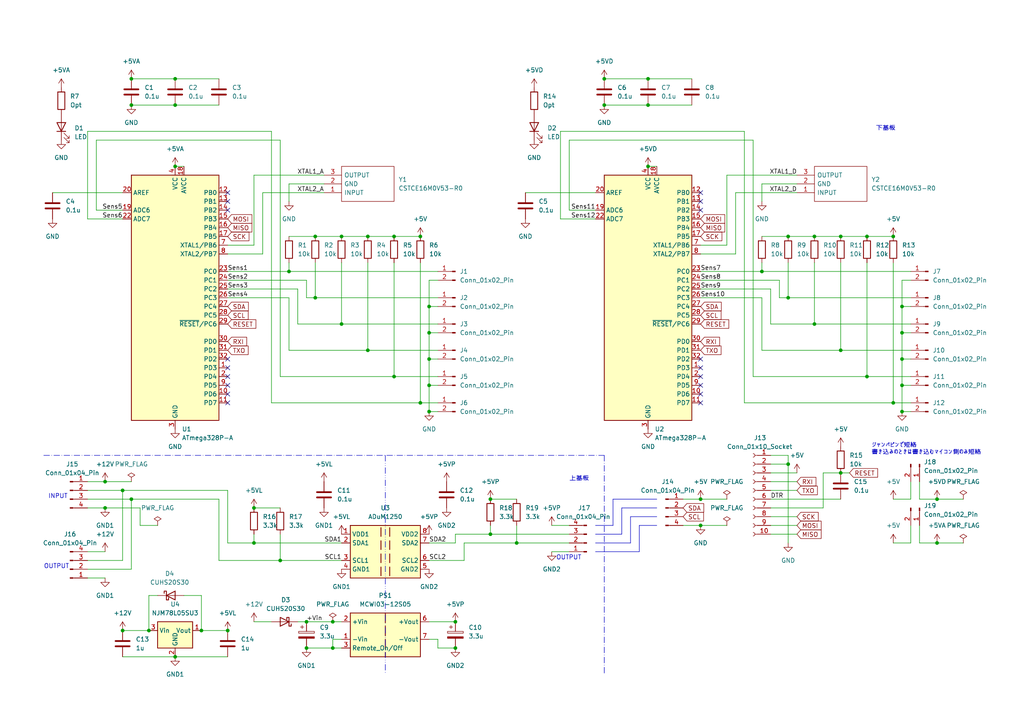
<source format=kicad_sch>
(kicad_sch (version 20230121) (generator eeschema)
  (paper "A4")
  (lib_symbols
    (symbol "Connector:Conn_01x02_Pin" (pin_names (offset 1.016) hide)
      (property "Reference" "J" (at 0 2.54 0))
      (property "Value" "Conn_01x02_Pin" (at 0 -5.08 0))
      (symbol "Conn_01x02_Pin_1_1"
        (pin passive line (at 5.08 0 180) (length 3.81) (name "Pin_1") (number "1"))
        (pin passive line (at 5.08 -2.54 180) (length 3.81) (name "Pin_2") (number "2"))
      )
    )
    (symbol "Connector:Conn_01x04_Pin" (pin_names (offset 1.016) hide)
      (property "Reference" "J" (at 0 5.08 0))
      (property "Value" "Conn_01x04_Pin" (at 0 -7.62 0))
      (symbol "Conn_01x04_Pin_1_1"
        (pin passive line (at 5.08 2.54 180) (length 3.81) (name "Pin_1") (number "1"))
        (pin passive line (at 5.08 0 180) (length 3.81) (name "Pin_2") (number "2"))
        (pin passive line (at 5.08 -2.54 180) (length 3.81) (name "Pin_3") (number "3"))
        (pin passive line (at 5.08 -5.08 180) (length 3.81) (name "Pin_4") (number "4"))
      )
    )
    (symbol "Connector:Conn_01x10_Socket" (pin_names (offset 1.016) hide)
      (property "Reference" "J" (at 0 12.7 0))
      (property "Value" "Conn_01x10_Socket" (at 0 -15.24 0))
      (symbol "Conn_01x10_Socket_1_1"
        (pin passive line (at -5.08 10.16 0) (length 3.81) (name "Pin_1") (number "1"))
        (pin passive line (at -5.08 -12.7 0) (length 3.81) (name "Pin_10") (number "10"))
        (pin passive line (at -5.08 7.62 0) (length 3.81) (name "Pin_2") (number "2"))
        (pin passive line (at -5.08 5.08 0) (length 3.81) (name "Pin_3") (number "3"))
        (pin passive line (at -5.08 2.54 0) (length 3.81) (name "Pin_4") (number "4"))
        (pin passive line (at -5.08 0 0) (length 3.81) (name "Pin_5") (number "5"))
        (pin passive line (at -5.08 -2.54 0) (length 3.81) (name "Pin_6") (number "6"))
        (pin passive line (at -5.08 -5.08 0) (length 3.81) (name "Pin_7") (number "7"))
        (pin passive line (at -5.08 -7.62 0) (length 3.81) (name "Pin_8") (number "8"))
        (pin passive line (at -5.08 -10.16 0) (length 3.81) (name "Pin_9") (number "9"))
      )
    )
    (symbol "Device:C" (pin_numbers hide) (pin_names (offset 0.254))
      (property "Reference" "C" (at 0.635 2.54 0))
      (property "Value" "C" (at 0.635 -2.54 0))
      (symbol "C_1_1"
        (pin passive line (at 0 3.81 270) (length 2.794) (name "~") (number "1"))
        (pin passive line (at 0 -3.81 90) (length 2.794) (name "~") (number "2"))
      )
    )
    (symbol "Device:C_Polarized" (pin_numbers hide) (pin_names (offset 0.254))
      (property "Reference" "C" (at 0.635 2.54 0))
      (property "Value" "C_Polarized" (at 0.635 -2.54 0))
      (symbol "C_Polarized_1_1"
        (pin passive line (at 0 3.81 270) (length 2.794) (name "~") (number "1"))
        (pin passive line (at 0 -3.81 90) (length 2.794) (name "~") (number "2"))
      )
    )
    (symbol "Device:D_Schottky" (pin_numbers hide) (pin_names (offset 1.016) hide)
      (property "Reference" "D" (at 0 2.54 0))
      (property "Value" "D_Schottky" (at 0 -2.54 0))
      (symbol "D_Schottky_1_1"
        (pin passive line (at -3.81 0 0) (length 2.54) (name "K") (number "1"))
        (pin passive line (at 3.81 0 180) (length 2.54) (name "A") (number "2"))
      )
    )
    (symbol "Device:LED" (pin_numbers hide) (pin_names (offset 1.016) hide)
      (property "Reference" "D" (at 0 2.54 0))
      (property "Value" "LED" (at 0 -2.54 0))
      (symbol "LED_1_1"
        (pin passive line (at -3.81 0 0) (length 2.54) (name "K") (number "1"))
        (pin passive line (at 3.81 0 180) (length 2.54) (name "A") (number "2"))
      )
    )
    (symbol "Device:R" (pin_numbers hide) (pin_names (offset 0))
      (property "Reference" "R" (at 2.032 0 90))
      (property "Value" "R" (at 0 0 90))
      (symbol "R_1_1"
        (pin passive line (at 0 3.81 270) (length 1.27) (name "~") (number "1"))
        (pin passive line (at 0 -3.81 90) (length 1.27) (name "~") (number "2"))
      )
    )
    (symbol "Isolator:ADuM1250"
      (property "Reference" "U" (at -10.16 8.89 0))
      (property "Value" "ADuM1250" (at -2.032 8.89 0))
      (symbol "ADuM1250_1_1"
        (pin power_in line (at -12.7 5.08 0) (length 2.54) (name "VDD1") (number "1"))
        (pin bidirectional line (at -12.7 2.54 0) (length 2.54) (name "SDA1") (number "2"))
        (pin bidirectional line (at -12.7 -2.54 0) (length 2.54) (name "SCL1") (number "3"))
        (pin power_in line (at -12.7 -5.08 0) (length 2.54) (name "GND1") (number "4"))
        (pin power_in line (at 12.7 -5.08 180) (length 2.54) (name "GND2") (number "5"))
        (pin bidirectional line (at 12.7 -2.54 180) (length 2.54) (name "SCL2") (number "6"))
        (pin bidirectional line (at 12.7 2.54 180) (length 2.54) (name "SDA2") (number "7"))
        (pin power_in line (at 12.7 5.08 180) (length 2.54) (name "VDD2") (number "8"))
      )
    )
    (symbol "MCU_Microchip_ATmega:ATmega328P-A"
      (property "Reference" "U" (at -12.7 36.83 0))
      (property "Value" "ATmega328P-A" (at 2.54 -36.83 0))
      (symbol "ATmega328P-A_1_1"
        (pin bidirectional line (at 15.24 -20.32 180) (length 2.54) (name "PD3") (number "1"))
        (pin bidirectional line (at 15.24 -27.94 180) (length 2.54) (name "PD6") (number "10"))
        (pin bidirectional line (at 15.24 -30.48 180) (length 2.54) (name "PD7") (number "11"))
        (pin bidirectional line (at 15.24 30.48 180) (length 2.54) (name "PB0") (number "12"))
        (pin bidirectional line (at 15.24 27.94 180) (length 2.54) (name "PB1") (number "13"))
        (pin bidirectional line (at 15.24 25.4 180) (length 2.54) (name "PB2") (number "14"))
        (pin bidirectional line (at 15.24 22.86 180) (length 2.54) (name "PB3") (number "15"))
        (pin bidirectional line (at 15.24 20.32 180) (length 2.54) (name "PB4") (number "16"))
        (pin bidirectional line (at 15.24 17.78 180) (length 2.54) (name "PB5") (number "17"))
        (pin power_in line (at 2.54 38.1 270) (length 2.54) (name "AVCC") (number "18"))
        (pin input line (at -15.24 25.4 0) (length 2.54) (name "ADC6") (number "19"))
        (pin bidirectional line (at 15.24 -22.86 180) (length 2.54) (name "PD4") (number "2"))
        (pin passive line (at -15.24 30.48 0) (length 2.54) (name "AREF") (number "20"))
        (pin passive line (at 0 -38.1 90) (length 2.54) hide (name "GND") (number "21"))
        (pin input line (at -15.24 22.86 0) (length 2.54) (name "ADC7") (number "22"))
        (pin bidirectional line (at 15.24 7.62 180) (length 2.54) (name "PC0") (number "23"))
        (pin bidirectional line (at 15.24 5.08 180) (length 2.54) (name "PC1") (number "24"))
        (pin bidirectional line (at 15.24 2.54 180) (length 2.54) (name "PC2") (number "25"))
        (pin bidirectional line (at 15.24 0 180) (length 2.54) (name "PC3") (number "26"))
        (pin bidirectional line (at 15.24 -2.54 180) (length 2.54) (name "PC4") (number "27"))
        (pin bidirectional line (at 15.24 -5.08 180) (length 2.54) (name "PC5") (number "28"))
        (pin bidirectional line (at 15.24 -7.62 180) (length 2.54) (name "~{RESET}/PC6") (number "29"))
        (pin power_in line (at 0 -38.1 90) (length 2.54) (name "GND") (number "3"))
        (pin bidirectional line (at 15.24 -12.7 180) (length 2.54) (name "PD0") (number "30"))
        (pin bidirectional line (at 15.24 -15.24 180) (length 2.54) (name "PD1") (number "31"))
        (pin bidirectional line (at 15.24 -17.78 180) (length 2.54) (name "PD2") (number "32"))
        (pin power_in line (at 0 38.1 270) (length 2.54) (name "VCC") (number "4"))
        (pin passive line (at 0 -38.1 90) (length 2.54) hide (name "GND") (number "5"))
        (pin passive line (at 0 38.1 270) (length 2.54) hide (name "VCC") (number "6"))
        (pin bidirectional line (at 15.24 15.24 180) (length 2.54) (name "XTAL1/PB6") (number "7"))
        (pin bidirectional line (at 15.24 12.7 180) (length 2.54) (name "XTAL2/PB7") (number "8"))
        (pin bidirectional line (at 15.24 -25.4 180) (length 2.54) (name "PD5") (number "9"))
      )
    )
    (symbol "MySymbols:MCWI03-12S05"
      (property "Reference" "PS" (at 0 10.16 0))
      (property "Value" "MCWI03-12S05" (at 0 7.62 0))
      (symbol "MCWI03-12S05_1_1"
        (pin power_in line (at -12.7 -1.27 0) (length 2.54) (name "-Vin") (number "1"))
        (pin power_in line (at -12.7 3.81 0) (length 2.54) (name "+Vin") (number "2"))
        (pin passive line (at -12.7 -3.81 0) (length 2.54) (name "Remote_On/Off") (number "3"))
        (pin no_connect line (at 12.7 1.27 180) (length 2.54) hide (name "NC") (number "5"))
        (pin power_out line (at 12.7 3.81 180) (length 2.54) (name "+Vout") (number "6"))
        (pin power_out line (at 12.7 -1.27 180) (length 2.54) (name "-Vout") (number "7"))
        (pin no_connect line (at 12.7 -3.81 180) (length 2.54) hide (name "NC") (number "8"))
      )
    )
    (symbol "MySymbols:NJM78L00S"
      (property "Reference" "U" (at 0 7.62 0))
      (property "Value" "NJM78L00S" (at 0 5.08 0))
      (symbol "NJM78L00S_1_1"
        (pin power_out line (at 7.62 1.27 180) (length 2.54) (name "Vout") (number "1"))
        (pin power_in line (at 0 -6.35 90) (length 2.54) (name "GND") (number "2"))
        (pin power_in line (at -7.62 1.27 0) (length 2.54) (name "Vin") (number "3"))
      )
    )
    (symbol "SamacSys_Parts:CSTCE16M0V53-R0" (pin_names (offset 0.762))
      (property "Reference" "Y" (at 21.59 7.62 0))
      (property "Value" "CSTCE16M0V53-R0" (at 21.59 5.08 0))
      (symbol "CSTCE16M0V53-R0_0_0"
        (pin passive line (at 0 -5.08 0) (length 5.08) (name "INPUT") (number "1"))
        (pin passive line (at 0 -2.54 0) (length 5.08) (name "GND") (number "2"))
        (pin passive line (at 0 0 0) (length 5.08) (name "OUTPUT") (number "3"))
      )
    )
    (symbol "power:+12V" (power) (pin_names (offset 0))
      (property "Value" "+12V" (at 0 3.556 0))
      (symbol "+12V_1_1"
        (pin power_in line (at 0 0 90) (length 0) hide (name "+12V") (number "1"))
      )
    )
    (symbol "power:+5V" (power) (pin_names (offset 0))
      (property "Value" "+5V" (at 0 3.556 0))
      (symbol "+5V_1_1"
        (pin power_in line (at 0 0 90) (length 0) hide (name "+5V") (number "1"))
      )
    )
    (symbol "power:+5VA" (power) (pin_names (offset 0))
      (property "Value" "+5VA" (at 0 3.556 0))
      (symbol "+5VA_1_1"
        (pin power_in line (at 0 0 90) (length 0) hide (name "+5VA") (number "1"))
      )
    )
    (symbol "power:+5VD" (power) (pin_names (offset 0))
      (property "Value" "+5VD" (at 0 3.556 0))
      (symbol "+5VD_1_1"
        (pin power_in line (at 0 0 90) (length 0) hide (name "+5VD") (number "1"))
      )
    )
    (symbol "power:+5VL" (power) (pin_names (offset 0))
      (property "Value" "+5VL" (at 0 3.556 0))
      (symbol "+5VL_1_1"
        (pin power_in line (at 0 0 90) (length 0) hide (name "+5VL") (number "1"))
      )
    )
    (symbol "power:+5VP" (power) (pin_names (offset 0))
      (property "Value" "+5VP" (at 0 3.556 0))
      (symbol "+5VP_1_1"
        (pin power_in line (at 0 0 90) (length 0) hide (name "+5VP") (number "1"))
      )
    )
    (symbol "power:GND" (power) (pin_names (offset 0))
      (property "Value" "GND" (at 0 -3.81 0))
      (symbol "GND_1_1"
        (pin power_in line (at 0 0 270) (length 0) hide (name "GND") (number "1"))
      )
    )
    (symbol "power:GND1" (power) (pin_names (offset 0))
      (property "Value" "GND1" (at 0 -3.81 0))
      (symbol "GND1_1_1"
        (pin power_in line (at 0 0 270) (length 0) hide (name "GND1") (number "1"))
      )
    )
    (symbol "power:GND2" (power) (pin_names (offset 0))
      (property "Value" "GND2" (at 0 -3.81 0))
      (symbol "GND2_1_1"
        (pin power_in line (at 0 0 270) (length 0) hide (name "GND2") (number "1"))
      )
    )
    (symbol "power:PWR_FLAG" (power) (pin_numbers hide) (pin_names (offset 0) hide)
      (property "Value" "PWR_FLAG" (at 0 3.81 0))
      (symbol "PWR_FLAG_0_0"
        (pin power_out line (at 0 0 90) (length 0) (name "pwr") (number "1"))
      )
    )
  )
  (junction (at 261.62 111.76))
  (junction (at 124.46 119.38))
  (junction (at 114.3 109.22))
  (junction (at 50.8 30.48))
  (junction (at 91.44 86.36))
  (junction (at 203.2 152.4))
  (junction (at 99.06 68.58))
  (junction (at 271.78 157.48))
  (junction (at 99.06 93.98))
  (junction (at 88.9 180.34))
  (junction (at 243.84 101.6))
  (junction (at 124.46 88.9))
  (junction (at 271.78 144.78))
  (junction (at 91.44 68.58))
  (junction (at 121.92 68.58))
  (junction (at 261.62 119.38))
  (junction (at 175.26 22.86))
  (junction (at 35.56 182.88))
  (junction (at 228.6 68.58))
  (junction (at 261.62 104.14))
  (junction (at 187.96 30.48))
  (junction (at 124.46 104.14))
  (junction (at 132.08 187.96))
  (junction (at 132.08 180.34))
  (junction (at 261.62 96.52))
  (junction (at 38.1 22.86))
  (junction (at 96.52 180.34))
  (junction (at 142.24 144.78))
  (junction (at 50.8 48.26))
  (junction (at 236.22 93.98))
  (junction (at 30.48 147.32))
  (junction (at 243.84 68.58))
  (junction (at 149.86 157.48))
  (junction (at 243.84 137.16))
  (junction (at 259.08 68.58))
  (junction (at 106.68 68.58))
  (junction (at 58.42 182.88))
  (junction (at 251.46 109.22))
  (junction (at 124.46 96.52))
  (junction (at 83.82 78.74))
  (junction (at 43.18 182.88))
  (junction (at 88.9 187.96))
  (junction (at 50.8 190.5))
  (junction (at 96.52 187.96))
  (junction (at 142.24 154.94))
  (junction (at 66.04 182.88))
  (junction (at 81.28 162.56))
  (junction (at 38.1 30.48))
  (junction (at 187.96 22.86))
  (junction (at 124.46 111.76))
  (junction (at 261.62 88.9))
  (junction (at 259.08 116.84))
  (junction (at 236.22 68.58))
  (junction (at 203.2 144.78))
  (junction (at 106.68 101.6))
  (junction (at 73.66 157.48))
  (junction (at 220.98 78.74))
  (junction (at 35.56 142.24))
  (junction (at 73.66 147.32))
  (junction (at 251.46 68.58))
  (junction (at 175.26 30.48))
  (junction (at 114.3 68.58))
  (junction (at 121.92 116.84))
  (junction (at 187.96 48.26))
  (junction (at 50.8 22.86))
  (junction (at 38.1 144.78))
  (junction (at 228.6 86.36))
  (junction (at 228.6 134.62))
  (junction (at 30.48 139.7))
  (no_connect (at 203.2 114.3))
  (no_connect (at 66.04 114.3))
  (no_connect (at 66.04 116.84))
  (no_connect (at 203.2 60.96))
  (no_connect (at 203.2 116.84))
  (no_connect (at 66.04 111.76))
  (no_connect (at 66.04 60.96))
  (no_connect (at 203.2 106.68))
  (no_connect (at 66.04 109.22))
  (no_connect (at 66.04 58.42))
  (no_connect (at 203.2 104.14))
  (no_connect (at 203.2 109.22))
  (no_connect (at 203.2 55.88))
  (no_connect (at 203.2 58.42))
  (no_connect (at 66.04 106.68))
  (no_connect (at 66.04 104.14))
  (no_connect (at 203.2 111.76))
  (no_connect (at 66.04 55.88))
  (wire (pts (xy 25.4 38.1) (xy 78.74 38.1)))
  (wire (pts (xy 38.1 30.48) (xy 50.8 30.48)))
  (wire (pts (xy 228.6 86.36) (xy 226.06 86.36)))
  (wire (pts (xy 88.9 180.34) (xy 96.52 180.34)))
  (polyline (pts (xy 175.26 132.08) (xy 175.26 195.58)) (stroke (width 0) (type dash_dot)))
  (wire (pts (xy 73.66 147.32) (xy 81.28 147.32)))
  (wire (pts (xy 86.36 93.98) (xy 99.06 93.98)))
  (polyline (pts (xy 185.42 152.4) (xy 190.5 152.4)))
  (wire (pts (xy 127 81.28) (xy 124.46 81.28)))
  (wire (pts (xy 261.62 96.52) (xy 264.16 96.52)))
  (wire (pts (xy 220.98 53.34) (xy 231.14 53.34)))
  (wire (pts (xy 261.62 81.28) (xy 261.62 88.9)))
  (wire (pts (xy 35.56 162.56) (xy 35.56 142.24)))
  (wire (pts (xy 25.4 142.24) (xy 35.56 142.24)))
  (wire (pts (xy 228.6 86.36) (xy 264.16 86.36)))
  (wire (pts (xy 203.2 144.78) (xy 210.82 144.78)))
  (wire (pts (xy 251.46 109.22) (xy 264.16 109.22)))
  (wire (pts (xy 134.62 157.48) (xy 134.62 162.56)))
  (wire (pts (xy 38.1 144.78) (xy 25.4 144.78)))
  (wire (pts (xy 124.46 88.9) (xy 124.46 96.52)))
  (wire (pts (xy 162.56 63.5) (xy 162.56 38.1)))
  (wire (pts (xy 203.2 78.74) (xy 220.98 78.74)))
  (wire (pts (xy 27.94 40.64) (xy 27.94 60.96)))
  (wire (pts (xy 149.86 152.4) (xy 149.86 157.48)))
  (wire (pts (xy 35.56 190.5) (xy 50.8 190.5)))
  (polyline (pts (xy 12.7 132.08) (xy 175.26 132.08)) (stroke (width 0) (type dash_dot)))
  (wire (pts (xy 63.5 162.56) (xy 63.5 144.78)))
  (wire (pts (xy 40.64 152.4) (xy 40.64 147.32)))
  (wire (pts (xy 220.98 58.42) (xy 220.98 53.34)))
  (wire (pts (xy 142.24 154.94) (xy 132.08 154.94)))
  (wire (pts (xy 264.16 157.48) (xy 259.08 157.48)))
  (wire (pts (xy 124.46 157.48) (xy 132.08 157.48)))
  (wire (pts (xy 271.78 144.78) (xy 279.4 144.78)))
  (polyline (pts (xy 190.5 147.32) (xy 180.34 147.32)))
  (polyline (pts (xy 172.72 160.02) (xy 185.42 160.02)))
  (wire (pts (xy 261.62 104.14) (xy 261.62 111.76)))
  (wire (pts (xy 25.4 162.56) (xy 35.56 162.56)))
  (wire (pts (xy 15.24 55.88) (xy 35.56 55.88)))
  (wire (pts (xy 124.46 96.52) (xy 124.46 104.14)))
  (wire (pts (xy 223.52 134.62) (xy 228.6 134.62)))
  (wire (pts (xy 63.5 162.56) (xy 81.28 162.56)))
  (wire (pts (xy 213.36 55.88) (xy 231.14 55.88)))
  (wire (pts (xy 266.7 139.7) (xy 266.7 144.78)))
  (wire (pts (xy 88.9 86.36) (xy 88.9 81.28)))
  (wire (pts (xy 73.66 180.34) (xy 78.74 180.34)))
  (wire (pts (xy 243.84 68.58) (xy 251.46 68.58)))
  (wire (pts (xy 165.1 157.48) (xy 149.86 157.48)))
  (wire (pts (xy 264.16 152.4) (xy 264.16 157.48)))
  (wire (pts (xy 73.66 157.48) (xy 99.06 157.48)))
  (polyline (pts (xy 180.34 147.32) (xy 180.34 154.94)))
  (wire (pts (xy 91.44 86.36) (xy 127 86.36)))
  (polyline (pts (xy 172.72 152.4) (xy 177.8 152.4)))
  (wire (pts (xy 223.52 149.86) (xy 231.14 149.86)))
  (wire (pts (xy 35.56 182.88) (xy 43.18 182.88)))
  (wire (pts (xy 124.46 104.14) (xy 127 104.14)))
  (wire (pts (xy 223.52 139.7) (xy 231.14 139.7)))
  (wire (pts (xy 76.2 55.88) (xy 93.98 55.88)))
  (wire (pts (xy 160.02 152.4) (xy 165.1 152.4)))
  (wire (pts (xy 83.82 68.58) (xy 91.44 68.58)))
  (wire (pts (xy 30.48 139.7) (xy 38.1 139.7)))
  (wire (pts (xy 198.12 144.78) (xy 203.2 144.78)))
  (wire (pts (xy 218.44 40.64) (xy 165.1 40.64)))
  (wire (pts (xy 76.2 73.66) (xy 76.2 55.88)))
  (wire (pts (xy 86.36 83.82) (xy 86.36 93.98)))
  (wire (pts (xy 238.76 147.32) (xy 223.52 147.32)))
  (wire (pts (xy 203.2 152.4) (xy 210.82 152.4)))
  (wire (pts (xy 78.74 38.1) (xy 78.74 116.84)))
  (wire (pts (xy 228.6 68.58) (xy 236.22 68.58)))
  (wire (pts (xy 25.4 63.5) (xy 25.4 38.1)))
  (wire (pts (xy 124.46 88.9) (xy 127 88.9)))
  (wire (pts (xy 124.46 111.76) (xy 124.46 119.38)))
  (wire (pts (xy 142.24 152.4) (xy 142.24 154.94)))
  (wire (pts (xy 238.76 137.16) (xy 243.84 137.16)))
  (wire (pts (xy 114.3 76.2) (xy 114.3 109.22)))
  (wire (pts (xy 96.52 185.42) (xy 96.52 187.96)))
  (polyline (pts (xy 111.76 132.08) (xy 111.76 195.58)) (stroke (width 0) (type dash_dot_dot)))
  (wire (pts (xy 91.44 68.58) (xy 99.06 68.58)))
  (wire (pts (xy 220.98 76.2) (xy 220.98 78.74)))
  (wire (pts (xy 132.08 187.96) (xy 127 187.96)))
  (wire (pts (xy 238.76 137.16) (xy 238.76 147.32)))
  (wire (pts (xy 152.4 55.88) (xy 172.72 55.88)))
  (wire (pts (xy 106.68 101.6) (xy 83.82 101.6)))
  (wire (pts (xy 96.52 187.96) (xy 88.9 187.96)))
  (wire (pts (xy 124.46 119.38) (xy 127 119.38)))
  (wire (pts (xy 121.92 116.84) (xy 127 116.84)))
  (wire (pts (xy 81.28 109.22) (xy 81.28 40.64)))
  (wire (pts (xy 25.4 167.64) (xy 30.48 167.64)))
  (wire (pts (xy 223.52 132.08) (xy 228.6 132.08)))
  (wire (pts (xy 96.52 180.34) (xy 99.06 180.34)))
  (wire (pts (xy 223.52 152.4) (xy 231.14 152.4)))
  (wire (pts (xy 175.26 22.86) (xy 187.96 22.86)))
  (wire (pts (xy 124.46 96.52) (xy 127 96.52)))
  (wire (pts (xy 121.92 76.2) (xy 121.92 116.84)))
  (wire (pts (xy 91.44 76.2) (xy 91.44 86.36)))
  (wire (pts (xy 223.52 83.82) (xy 223.52 93.98)))
  (wire (pts (xy 266.7 144.78) (xy 271.78 144.78)))
  (wire (pts (xy 40.64 147.32) (xy 30.48 147.32)))
  (polyline (pts (xy 190.5 149.86) (xy 182.88 149.86)))
  (wire (pts (xy 66.04 83.82) (xy 86.36 83.82)))
  (wire (pts (xy 27.94 60.96) (xy 35.56 60.96)))
  (polyline (pts (xy 172.72 154.94) (xy 180.34 154.94)))
  (wire (pts (xy 45.72 172.72) (xy 43.18 172.72)))
  (wire (pts (xy 66.04 157.48) (xy 73.66 157.48)))
  (wire (pts (xy 259.08 76.2) (xy 259.08 116.84)))
  (wire (pts (xy 63.5 144.78) (xy 38.1 144.78)))
  (wire (pts (xy 50.8 190.5) (xy 66.04 190.5)))
  (wire (pts (xy 99.06 93.98) (xy 127 93.98)))
  (wire (pts (xy 236.22 76.2) (xy 236.22 93.98)))
  (wire (pts (xy 187.96 48.26) (xy 190.5 48.26)))
  (wire (pts (xy 261.62 96.52) (xy 261.62 104.14)))
  (wire (pts (xy 213.36 73.66) (xy 213.36 55.88)))
  (wire (pts (xy 220.98 68.58) (xy 228.6 68.58)))
  (wire (pts (xy 127 187.96) (xy 127 185.42)))
  (wire (pts (xy 160.02 160.02) (xy 165.1 160.02)))
  (wire (pts (xy 264.16 139.7) (xy 264.16 144.78)))
  (wire (pts (xy 220.98 78.74) (xy 264.16 78.74)))
  (wire (pts (xy 88.9 81.28) (xy 66.04 81.28)))
  (polyline (pts (xy 185.42 160.02) (xy 185.42 152.4)))
  (wire (pts (xy 134.62 162.56) (xy 124.46 162.56)))
  (wire (pts (xy 114.3 109.22) (xy 127 109.22)))
  (wire (pts (xy 236.22 93.98) (xy 264.16 93.98)))
  (wire (pts (xy 142.24 144.78) (xy 149.86 144.78)))
  (wire (pts (xy 73.66 50.8) (xy 93.98 50.8)))
  (wire (pts (xy 220.98 101.6) (xy 220.98 86.36)))
  (wire (pts (xy 210.82 71.12) (xy 203.2 71.12)))
  (wire (pts (xy 198.12 152.4) (xy 203.2 152.4)))
  (polyline (pts (xy 177.8 152.4) (xy 177.8 144.78)))
  (wire (pts (xy 243.84 76.2) (xy 243.84 101.6)))
  (wire (pts (xy 25.4 165.1) (xy 38.1 165.1)))
  (wire (pts (xy 73.66 50.8) (xy 73.66 71.12)))
  (wire (pts (xy 210.82 50.8) (xy 231.14 50.8)))
  (wire (pts (xy 266.7 157.48) (xy 271.78 157.48)))
  (wire (pts (xy 203.2 73.66) (xy 213.36 73.66)))
  (wire (pts (xy 45.72 152.4) (xy 40.64 152.4)))
  (wire (pts (xy 106.68 68.58) (xy 114.3 68.58)))
  (wire (pts (xy 165.1 40.64) (xy 165.1 60.96)))
  (polyline (pts (xy 177.8 144.78) (xy 190.5 144.78)))
  (wire (pts (xy 91.44 86.36) (xy 88.9 86.36)))
  (wire (pts (xy 99.06 185.42) (xy 96.52 185.42)))
  (wire (pts (xy 187.96 30.48) (xy 200.66 30.48)))
  (wire (pts (xy 30.48 147.32) (xy 25.4 147.32)))
  (wire (pts (xy 124.46 81.28) (xy 124.46 88.9)))
  (wire (pts (xy 38.1 22.86) (xy 50.8 22.86)))
  (wire (pts (xy 165.1 154.94) (xy 142.24 154.94)))
  (wire (pts (xy 58.42 172.72) (xy 58.42 182.88)))
  (wire (pts (xy 261.62 88.9) (xy 264.16 88.9)))
  (wire (pts (xy 261.62 104.14) (xy 264.16 104.14)))
  (wire (pts (xy 66.04 73.66) (xy 76.2 73.66)))
  (wire (pts (xy 132.08 154.94) (xy 132.08 157.48)))
  (wire (pts (xy 83.82 101.6) (xy 83.82 86.36)))
  (wire (pts (xy 127 185.42) (xy 124.46 185.42)))
  (wire (pts (xy 25.4 160.02) (xy 30.48 160.02)))
  (wire (pts (xy 228.6 134.62) (xy 228.6 157.48)))
  (wire (pts (xy 106.68 76.2) (xy 106.68 101.6)))
  (wire (pts (xy 114.3 68.58) (xy 121.92 68.58)))
  (wire (pts (xy 124.46 111.76) (xy 127 111.76)))
  (wire (pts (xy 81.28 154.94) (xy 81.28 162.56)))
  (wire (pts (xy 83.82 76.2) (xy 83.82 78.74)))
  (wire (pts (xy 73.66 71.12) (xy 66.04 71.12)))
  (wire (pts (xy 264.16 144.78) (xy 259.08 144.78)))
  (wire (pts (xy 259.08 116.84) (xy 264.16 116.84)))
  (wire (pts (xy 251.46 68.58) (xy 259.08 68.58)))
  (wire (pts (xy 73.66 154.94) (xy 73.66 157.48)))
  (wire (pts (xy 261.62 88.9) (xy 261.62 96.52)))
  (wire (pts (xy 271.78 157.48) (xy 279.4 157.48)))
  (wire (pts (xy 228.6 132.08) (xy 228.6 134.62)))
  (wire (pts (xy 162.56 38.1) (xy 215.9 38.1)))
  (wire (pts (xy 124.46 180.34) (xy 132.08 180.34)))
  (wire (pts (xy 243.84 101.6) (xy 220.98 101.6)))
  (wire (pts (xy 83.82 53.34) (xy 83.82 58.42)))
  (wire (pts (xy 236.22 68.58) (xy 243.84 68.58)))
  (wire (pts (xy 35.56 63.5) (xy 25.4 63.5)))
  (wire (pts (xy 228.6 76.2) (xy 228.6 86.36)))
  (wire (pts (xy 261.62 119.38) (xy 264.16 119.38)))
  (wire (pts (xy 25.4 139.7) (xy 30.48 139.7)))
  (wire (pts (xy 251.46 76.2) (xy 251.46 109.22)))
  (wire (pts (xy 50.8 48.26) (xy 53.34 48.26)))
  (wire (pts (xy 106.68 101.6) (xy 127 101.6)))
  (wire (pts (xy 81.28 40.64) (xy 27.94 40.64)))
  (wire (pts (xy 81.28 162.56) (xy 99.06 162.56)))
  (wire (pts (xy 215.9 38.1) (xy 215.9 116.84)))
  (wire (pts (xy 43.18 172.72) (xy 43.18 182.88)))
  (wire (pts (xy 223.52 137.16) (xy 231.14 137.16)))
  (wire (pts (xy 175.26 30.48) (xy 187.96 30.48)))
  (wire (pts (xy 78.74 116.84) (xy 121.92 116.84)))
  (wire (pts (xy 261.62 111.76) (xy 261.62 119.38)))
  (wire (pts (xy 83.82 78.74) (xy 127 78.74)))
  (polyline (pts (xy 172.72 157.48) (xy 182.88 157.48)))
  (wire (pts (xy 50.8 30.48) (xy 63.5 30.48)))
  (wire (pts (xy 96.52 187.96) (xy 99.06 187.96)))
  (wire (pts (xy 243.84 101.6) (xy 264.16 101.6)))
  (wire (pts (xy 66.04 86.36) (xy 83.82 86.36)))
  (wire (pts (xy 99.06 76.2) (xy 99.06 93.98)))
  (wire (pts (xy 264.16 81.28) (xy 261.62 81.28)))
  (wire (pts (xy 58.42 182.88) (xy 66.04 182.88)))
  (wire (pts (xy 149.86 157.48) (xy 134.62 157.48)))
  (wire (pts (xy 53.34 172.72) (xy 58.42 172.72)))
  (wire (pts (xy 203.2 83.82) (xy 223.52 83.82)))
  (wire (pts (xy 35.56 142.24) (xy 66.04 142.24)))
  (wire (pts (xy 165.1 60.96) (xy 172.72 60.96)))
  (wire (pts (xy 220.98 86.36) (xy 203.2 86.36)))
  (wire (pts (xy 251.46 109.22) (xy 218.44 109.22)))
  (wire (pts (xy 223.52 142.24) (xy 231.14 142.24)))
  (wire (pts (xy 215.9 116.84) (xy 259.08 116.84)))
  (wire (pts (xy 114.3 109.22) (xy 81.28 109.22)))
  (wire (pts (xy 266.7 152.4) (xy 266.7 157.48)))
  (wire (pts (xy 246.38 137.16) (xy 243.84 137.16)))
  (wire (pts (xy 86.36 180.34) (xy 88.9 180.34)))
  (wire (pts (xy 187.96 22.86) (xy 200.66 22.86)))
  (wire (pts (xy 66.04 78.74) (xy 83.82 78.74)))
  (wire (pts (xy 66.04 142.24) (xy 66.04 157.48)))
  (wire (pts (xy 261.62 111.76) (xy 264.16 111.76)))
  (wire (pts (xy 38.1 165.1) (xy 38.1 144.78)))
  (wire (pts (xy 226.06 81.28) (xy 203.2 81.28)))
  (wire (pts (xy 223.52 144.78) (xy 243.84 144.78)))
  (wire (pts (xy 99.06 68.58) (xy 106.68 68.58)))
  (wire (pts (xy 218.44 109.22) (xy 218.44 40.64)))
  (wire (pts (xy 93.98 53.34) (xy 83.82 53.34)))
  (wire (pts (xy 172.72 63.5) (xy 162.56 63.5)))
  (wire (pts (xy 210.82 50.8) (xy 210.82 71.12)))
  (wire (pts (xy 223.52 154.94) (xy 231.14 154.94)))
  (wire (pts (xy 124.46 104.14) (xy 124.46 111.76)))
  (polyline (pts (xy 182.88 149.86) (xy 182.88 157.48)))
  (wire (pts (xy 223.52 93.98) (xy 236.22 93.98)))
  (wire (pts (xy 50.8 22.86) (xy 63.5 22.86)))
  (wire (pts (xy 226.06 86.36) (xy 226.06 81.28)))
  (text "OUTPUT" (at 12.7 165.1 0) (effects (font (size 1.27 1.27)) (justify left bottom)))
  (text "OUTPUT" (at 161.29 162.56 0) (effects (font (size 1.27 1.27)) (justify left bottom)))
  (text "上基板" (at 165.1 139.7 0) (effects (font (size 1.27 1.27)) (justify left bottom)))
  (text "ジャンパピンで短絡\n書き込みのときは書き込むマイコン側のみ短絡" (at 252.73 132.08 0) (effects (font (size 1.27 1.27)) (justify left bottom)))
  (text "INPUT" (at 13.97 144.78 0) (effects (font (size 1.27 1.27)) (justify left bottom)))
  (text "下基板" (at 254 38.1 0) (effects (font (size 1.27 1.27)) (justify left bottom)))
  (label "Sens10" (at 203.2 86.36 0))
  (label "SCL2" (at 124.46 162.56 0))
  (label "XTAL1_A" (at 93.98 50.8 180))
  (label "Sens2" (at 66.04 81.28 0))
  (label "Sens6" (at 35.56 63.5 180))
  (label "Sens9" (at 203.2 83.82 0))
  (label "XTAL2_D" (at 231.14 55.88 180))
  (label "+Vin" (at 88.9 180.34 0))
  (label "XTAL1_D" (at 231.14 50.8 180))
  (label "Sens11" (at 172.72 60.96 180))
  (label "Sens1" (at 66.04 78.74 0))
  (label "SCL1" (at 99.06 162.56 180))
  (label "Sens4" (at 66.04 86.36 0))
  (label "SDA2" (at 124.46 157.48 0))
  (label "Sens5" (at 35.56 60.96 180))
  (label "DTR" (at 223.52 144.78 0))
  (label "Sens3" (at 66.04 83.82 0))
  (label "SDA1" (at 99.06 157.48 180))
  (label "Sens8" (at 203.2 81.28 0))
  (label "XTAL2_A" (at 93.98 55.88 180))
  (label "Sens7" (at 203.2 78.74 0))
  (label "Sens12" (at 172.72 63.5 180))
  (global_label "SCL" (shape input) (at 66.04 91.44 0) (property "Intersheetrefs" "${INTERSHEET_REFS}" (effects hide)))
  (global_label "SCK" (shape input) (at 203.2 68.58 0) (property "Intersheetrefs" "${INTERSHEET_REFS}" (effects hide)))
  (global_label "RESET" (shape input) (at 203.2 93.98 0) (property "Intersheetrefs" "${INTERSHEET_REFS}" (effects hide)))
  (global_label "TXO" (shape input) (at 231.14 142.24 0) (property "Intersheetrefs" "${INTERSHEET_REFS}" (effects hide)))
  (global_label "SCL" (shape input) (at 203.2 91.44 0) (property "Intersheetrefs" "${INTERSHEET_REFS}" (effects hide)))
  (global_label "MISO" (shape input) (at 66.04 66.04 0) (property "Intersheetrefs" "${INTERSHEET_REFS}" (effects hide)))
  (global_label "MOSI" (shape input) (at 203.2 63.5 0) (property "Intersheetrefs" "${INTERSHEET_REFS}" (effects hide)))
  (global_label "MOSI" (shape input) (at 231.14 152.4 0) (property "Intersheetrefs" "${INTERSHEET_REFS}" (effects hide)))
  (global_label "RXI" (shape input) (at 203.2 99.06 0) (property "Intersheetrefs" "${INTERSHEET_REFS}" (effects hide)))
  (global_label "SDA" (shape input) (at 198.12 147.32 0) (property "Intersheetrefs" "${INTERSHEET_REFS}" (effects hide)))
  (global_label "RESET" (shape input) (at 66.04 93.98 0) (property "Intersheetrefs" "${INTERSHEET_REFS}" (effects hide)))
  (global_label "SDA" (shape input) (at 66.04 88.9 0) (property "Intersheetrefs" "${INTERSHEET_REFS}" (effects hide)))
  (global_label "SCL" (shape input) (at 198.12 149.86 0) (property "Intersheetrefs" "${INTERSHEET_REFS}" (effects hide)))
  (global_label "TXO" (shape input) (at 203.2 101.6 0) (property "Intersheetrefs" "${INTERSHEET_REFS}" (effects hide)))
  (global_label "RXI" (shape input) (at 231.14 139.7 0) (property "Intersheetrefs" "${INTERSHEET_REFS}" (effects hide)))
  (global_label "RXI" (shape input) (at 66.04 99.06 0) (property "Intersheetrefs" "${INTERSHEET_REFS}" (effects hide)))
  (global_label "TXO" (shape input) (at 66.04 101.6 0) (property "Intersheetrefs" "${INTERSHEET_REFS}" (effects hide)))
  (global_label "MISO" (shape input) (at 203.2 66.04 0) (property "Intersheetrefs" "${INTERSHEET_REFS}" (effects hide)))
  (global_label "RESET" (shape input) (at 246.38 137.16 0) (property "Intersheetrefs" "${INTERSHEET_REFS}" (effects hide)))
  (global_label "MOSI" (shape input) (at 66.04 63.5 0) (property "Intersheetrefs" "${INTERSHEET_REFS}" (effects hide)))
  (global_label "SCK" (shape input) (at 231.14 149.86 0) (property "Intersheetrefs" "${INTERSHEET_REFS}" (effects hide)))
  (global_label "SDA" (shape input) (at 203.2 88.9 0) (property "Intersheetrefs" "${INTERSHEET_REFS}" (effects hide)))
  (global_label "SCK" (shape input) (at 66.04 68.58 0) (property "Intersheetrefs" "${INTERSHEET_REFS}" (effects hide)))
  (global_label "MISO" (shape input) (at 231.14 154.94 0) (property "Intersheetrefs" "${INTERSHEET_REFS}" (effects hide)))
  (symbol (lib_id "Connector:Conn_01x02_Pin") (at 269.24 101.6 0) (mirror y) (unit 1)
    (property "Reference" "J10" (at 270.51 101.6 0) (effects (justify right)))
    (property "Value" "Conn_01x02_Pin" (at 270.51 104.14 0) (effects (justify right)))
    (property "Footprint" "Connector_JST:JST_XH_S2B-XH-A_1x02_P2.50mm_Horizontal" (effects hide))
  )
  (symbol (lib_id "power:+5VL") (at 66.04 182.88 0) (unit 1)
    (property "Reference" "#PWR041" (effects hide))
    (property "Value" "+5VL" (at 66.04 177.8 0))
  )
  (symbol (lib_id "MySymbols:MCWI03-12S05") (at 111.76 184.15 0) (unit 1)
    (property "Reference" "PS1" (at 111.76 172.72 0))
    (property "Value" "MCWI03-12S05" (at 111.76 175.26 0))
    (property "Footprint" "SamacSys_Parts:MCWI0312S15" (effects hide))
    (property "Datasheet" "https://www.minmaxpower.com/storage/media/Product-MINMAX/MCWI03/MCWI03_Datasheet.pdf" (effects hide))
  )
  (symbol (lib_id "power:GND1") (at 88.9 187.96 0) (unit 1)
    (property "Reference" "#PWR036" (effects hide))
    (property "Value" "GND1" (at 88.9 193.04 0))
  )
  (symbol (lib_id "MCU_Microchip_ATmega:ATmega328P-A") (at 50.8 86.36 0) (unit 1)
    (property "Reference" "U1" (at 52.7559 124.46 0) (effects (justify left)))
    (property "Value" "ATmega328P-A" (at 52.7559 127 0) (effects (justify left)))
    (property "Footprint" "Package_QFP:TQFP-32_7x7mm_P0.8mm" (effects hide))
    (property "Datasheet" "http://ww1.microchip.com/downloads/en/DeviceDoc/ATmega328_P%20AVR%20MCU%20with%20picoPower%20Technology%20Data%20Sheet%2040001984A.pdf" (effects hide))
  )
  (symbol (lib_id "Device:C") (at 200.66 26.67 0) (unit 1)
    (property "Reference" "C8" (at 204.47 25.4 0) (effects (justify left)))
    (property "Value" "0.1u" (at 204.47 27.94 0) (effects (justify left)))
    (property "Footprint" "Capacitor_SMD:C_0603_1608Metric" (effects hide))
  )
  (symbol (lib_id "MCU_Microchip_ATmega:ATmega328P-A") (at 187.96 86.36 0) (unit 1)
    (property "Reference" "U2" (at 189.9159 124.46 0) (effects (justify left)))
    (property "Value" "ATmega328P-A" (at 189.9159 127 0) (effects (justify left)))
    (property "Footprint" "Package_QFP:TQFP-32_7x7mm_P0.8mm" (effects hide))
    (property "Datasheet" "http://ww1.microchip.com/downloads/en/DeviceDoc/ATmega328_P%20AVR%20MCU%20with%20picoPower%20Technology%20Data%20Sheet%2040001984A.pdf" (effects hide))
  )
  (symbol (lib_id "Device:R") (at 17.78 29.21 0) (unit 1)
    (property "Reference" "R7" (at 20.32 27.94 0) (effects (justify left)))
    (property "Value" "Opt" (at 20.32 30.48 0) (effects (justify left)))
    (property "Footprint" "Resistor_SMD:R_0603_1608Metric" (effects hide))
  )
  (symbol (lib_id "Connector:Conn_01x04_Pin") (at 170.18 157.48 180) (unit 1)
    (property "Reference" "J17" (at 167.64 147.32 0) (effects (justify right)))
    (property "Value" "Conn_01x04_Pin" (at 161.29 149.86 0) (effects (justify right)))
    (property "Footprint" "Connector_JST:JST_XH_S4B-XH-A_1x04_P2.50mm_Horizontal" (effects hide))
  )
  (symbol (lib_id "power:GND") (at 83.82 58.42 0) (unit 1)
    (property "Reference" "#PWR04" (effects hide))
    (property "Value" "GND" (at 83.82 63.5 0))
  )
  (symbol (lib_id "Device:R") (at 243.84 133.35 0) (unit 1)
    (property "Reference" "R15" (at 246.38 132.08 0) (effects (justify left)))
    (property "Value" "10k" (at 246.38 134.62 0) (effects (justify left)))
    (property "Footprint" "Capacitor_SMD:C_0805_2012Metric" (effects hide))
  )
  (symbol (lib_id "Device:C_Polarized") (at 132.08 184.15 0) (unit 1)
    (property "Reference" "C10" (at 135.89 181.991 0) (effects (justify left)))
    (property "Value" "3.3u" (at 135.89 184.531 0) (effects (justify left)))
    (property "Footprint" "Capacitor_THT:CP_Radial_D5.0mm_P2.00mm" (effects hide))
  )
  (symbol (lib_id "Device:R") (at 114.3 72.39 0) (unit 1)
    (property "Reference" "R5" (at 116.84 71.12 0) (effects (justify left)))
    (property "Value" "10k" (at 116.84 73.66 0) (effects (justify left)))
    (property "Footprint" "Capacitor_SMD:C_0805_2012Metric" (effects hide))
  )
  (symbol (lib_id "power:PWR_FLAG") (at 38.1 139.7 0) (unit 1)
    (property "Reference" "#FLG07" (effects hide))
    (property "Value" "PWR_FLAG" (at 38.1 134.62 0))
  )
  (symbol (lib_id "Device:R") (at 228.6 72.39 0) (unit 1)
    (property "Reference" "R9" (at 231.14 71.12 0) (effects (justify left)))
    (property "Value" "10k" (at 231.14 73.66 0) (effects (justify left)))
    (property "Footprint" "Capacitor_SMD:C_0805_2012Metric" (effects hide))
  )
  (symbol (lib_id "Connector:Conn_01x02_Pin") (at 266.7 147.32 270) (unit 1)
    (property "Reference" "J19" (at 267.97 146.685 90) (effects (justify left)))
    (property "Value" "Conn_01x02_Pin" (at 267.97 149.225 90) (effects (justify left)))
    (property "Footprint" "Connector_PinHeader_2.54mm:PinHeader_1x02_P2.54mm_Vertical" (effects hide))
  )
  (symbol (lib_id "Connector:Conn_01x04_Pin") (at 20.32 165.1 0) (mirror x) (unit 1)
    (property "Reference" "J16" (at 20.32 154.94 0))
    (property "Value" "Conn_01x04_Pin" (at 20.32 157.48 0))
    (property "Footprint" "Connector_JST:JST_XH_S4B-XH-A_1x04_P2.50mm_Horizontal" (effects hide))
  )
  (symbol (lib_id "Connector:Conn_01x02_Pin") (at 132.08 109.22 0) (mirror y) (unit 1)
    (property "Reference" "J5" (at 133.35 109.22 0) (effects (justify right)))
    (property "Value" "Conn_01x02_Pin" (at 133.35 111.76 0) (effects (justify right)))
    (property "Footprint" "Connector_JST:JST_XH_S2B-XH-A_1x02_P2.50mm_Horizontal" (effects hide))
  )
  (symbol (lib_id "Device:LED") (at 17.78 36.83 90) (unit 1)
    (property "Reference" "D1" (at 21.59 37.1475 90) (effects (justify right)))
    (property "Value" "LED" (at 21.59 39.6875 90) (effects (justify right)))
    (property "Footprint" "LED_SMD:LED_0603_1608Metric" (effects hide))
  )
  (symbol (lib_id "power:GND") (at 154.94 40.64 0) (unit 1)
    (property "Reference" "#PWR011" (effects hide))
    (property "Value" "GND" (at 154.94 45.72 0))
  )
  (symbol (lib_id "power:+5VP") (at 132.08 180.34 0) (unit 1)
    (property "Reference" "#PWR045" (effects hide))
    (property "Value" "+5VP" (at 132.08 175.26 0))
  )
  (symbol (lib_id "Connector:Conn_01x02_Pin") (at 269.24 116.84 0) (mirror y) (unit 1)
    (property "Reference" "J12" (at 270.51 116.84 0) (effects (justify right)))
    (property "Value" "Conn_01x02_Pin" (at 270.51 119.38 0) (effects (justify right)))
    (property "Footprint" "Connector_JST:JST_XH_S2B-XH-A_1x02_P2.50mm_Horizontal" (effects hide))
  )
  (symbol (lib_id "power:+12V") (at 30.48 160.02 0) (unit 1)
    (property "Reference" "#PWR033" (effects hide))
    (property "Value" "+12V" (at 30.48 154.94 0))
  )
  (symbol (lib_id "Connector:Conn_01x02_Pin") (at 132.08 93.98 0) (mirror y) (unit 1)
    (property "Reference" "J3" (at 133.35 93.98 0) (effects (justify right)))
    (property "Value" "Conn_01x02_Pin" (at 133.35 96.52 0) (effects (justify right)))
    (property "Footprint" "Connector_JST:JST_XH_S2B-XH-A_1x02_P2.50mm_Horizontal" (effects hide))
  )
  (symbol (lib_id "Device:C") (at 187.96 26.67 0) (unit 1)
    (property "Reference" "C7" (at 191.77 25.4 0) (effects (justify left)))
    (property "Value" "0.1u" (at 191.77 27.94 0) (effects (justify left)))
    (property "Footprint" "Capacitor_SMD:C_0603_1608Metric" (effects hide))
  )
  (symbol (lib_id "Device:R") (at 91.44 72.39 0) (unit 1)
    (property "Reference" "R2" (at 93.98 71.12 0) (effects (justify left)))
    (property "Value" "10k" (at 93.98 73.66 0) (effects (justify left)))
    (property "Footprint" "Capacitor_SMD:C_0805_2012Metric" (effects hide))
  )
  (symbol (lib_id "Device:R") (at 149.86 148.59 0) (unit 1)
    (property "Reference" "R19" (at 152.4 147.32 0) (effects (justify left)))
    (property "Value" "3.3k" (at 152.4 149.86 0) (effects (justify left)))
    (property "Footprint" "Resistor_SMD:R_0603_1608Metric" (effects hide))
  )
  (symbol (lib_id "power:+5VP") (at 124.46 154.94 0) (unit 1)
    (property "Reference" "#PWR043" (effects hide))
    (property "Value" "+5VP" (at 124.46 149.86 0))
  )
  (symbol (lib_id "Device:C") (at 50.8 26.67 0) (unit 1)
    (property "Reference" "C2" (at 54.61 25.4 0) (effects (justify left)))
    (property "Value" "0.1u" (at 54.61 27.94 0) (effects (justify left)))
    (property "Footprint" "Capacitor_SMD:C_0603_1608Metric" (effects hide))
  )
  (symbol (lib_id "power:PWR_FLAG") (at 45.72 152.4 0) (unit 1)
    (property "Reference" "#FLG06" (effects hide))
    (property "Value" "PWR_FLAG" (at 45.72 147.32 0))
  )
  (symbol (lib_id "Connector:Conn_01x02_Pin") (at 269.24 86.36 0) (mirror y) (unit 1)
    (property "Reference" "J8" (at 270.51 86.36 0) (effects (justify right)))
    (property "Value" "Conn_01x02_Pin" (at 270.51 88.9 0) (effects (justify right)))
    (property "Footprint" "Connector_JST:JST_XH_S2B-XH-A_1x02_P2.50mm_Horizontal" (effects hide))
  )
  (symbol (lib_id "power:+5V") (at 259.08 144.78 0) (unit 1)
    (property "Reference" "#PWR026" (effects hide))
    (property "Value" "+5V" (at 259.08 139.7 0))
  )
  (symbol (lib_id "SamacSys_Parts:CSTCE16M0V53-R0") (at 93.98 50.8 0) (unit 1)
    (property "Reference" "Y1" (at 115.57 52.07 0) (effects (justify left)))
    (property "Value" "CSTCE16M0V53-R0" (at 115.57 54.61 0) (effects (justify left)))
    (property "Footprint" "CSTCE16M0V53R0" (effects hide))
    (property "Datasheet" "https://www.murata.com/en-sg/products/productdetail?partno=CSTCE16M0V53-R0" (effects hide))
    (property "Description" "CSTCE16M0V53-R0, Ceramic Resonator, 16MHz Expander 15pF, 3-Pin SMT, 3.2 x 1.3 x 0.9mm" (effects hide))
    (property "Height" "1" (effects hide))
    (property "Manufacturer_Name" "Murata Electronics" (effects hide))
    (property "Manufacturer_Part_Number" "CSTCE16M0V53-R0" (effects hide))
    (property "Mouser Part Number" "81-CSTCE16M0V53-R0" (effects hide))
    (property "Mouser Price/Stock" "https://www.mouser.co.uk/ProductDetail/Murata-Electronics/CSTCE16M0V53-R0?qs=HPA2Xx%252BU0WhPWbRcNuzhZw%3D%3D" (effects hide))
  )
  (symbol (lib_id "power:GND") (at 261.62 119.38 0) (unit 1)
    (property "Reference" "#PWR08" (effects hide))
    (property "Value" "GND" (at 261.62 124.46 0))
  )
  (symbol (lib_id "Device:R") (at 83.82 72.39 0) (unit 1)
    (property "Reference" "R1" (at 86.36 71.12 0) (effects (justify left)))
    (property "Value" "10k" (at 86.36 73.66 0) (effects (justify left)))
    (property "Footprint" "Capacitor_SMD:C_0805_2012Metric" (effects hide))
  )
  (symbol (lib_id "power:PWR_FLAG") (at 279.4 157.48 0) (unit 1)
    (property "Reference" "#FLG03" (effects hide))
    (property "Value" "PWR_FLAG" (at 279.4 152.4 0))
  )
  (symbol (lib_id "power:GND1") (at 93.98 147.32 0) (unit 1)
    (property "Reference" "#PWR038" (effects hide))
    (property "Value" "GND1" (at 93.98 152.4 0))
  )
  (symbol (lib_id "power:PWR_FLAG") (at 96.52 180.34 0) (unit 1)
    (property "Reference" "#FLG05" (effects hide))
    (property "Value" "PWR_FLAG" (at 96.52 175.26 0))
  )
  (symbol (lib_id "power:+5VA") (at 50.8 48.26 0) (unit 1)
    (property "Reference" "#PWR015" (effects hide))
    (property "Value" "+5VA" (at 50.8 43.18 0))
  )
  (symbol (lib_id "power:+5VL") (at 93.98 139.7 0) (unit 1)
    (property "Reference" "#PWR039" (effects hide))
    (property "Value" "+5VL" (at 93.98 134.62 0))
  )
  (symbol (lib_id "Connector:Conn_01x02_Pin") (at 132.08 78.74 0) (mirror y) (unit 1)
    (property "Reference" "J1" (at 133.35 78.74 0) (effects (justify right)))
    (property "Value" "Conn_01x02_Pin" (at 133.35 81.28 0) (effects (justify right)))
    (property "Footprint" "Connector_JST:JST_XH_S2B-XH-A_1x02_P2.50mm_Horizontal" (effects hide))
  )
  (symbol (lib_id "Device:D_Schottky") (at 49.53 172.72 0) (unit 1)
    (property "Reference" "D4" (at 49.2125 166.37 0))
    (property "Value" "CUHS20S30" (at 49.2125 168.91 0))
    (property "Footprint" "SamacSys_Parts:CUHS20S40H3F" (effects hide))
  )
  (symbol (lib_id "Device:C") (at 35.56 186.69 0) (unit 1)
    (property "Reference" "C13" (at 39.37 185.42 0) (effects (justify left)))
    (property "Value" "1u" (at 39.37 187.96 0) (effects (justify left)))
    (property "Footprint" "Capacitor_SMD:C_0603_1608Metric" (effects hide))
  )
  (symbol (lib_id "power:+12V") (at 30.48 139.7 0) (unit 1)
    (property "Reference" "#PWR032" (effects hide))
    (property "Value" "+12V" (at 30.48 134.62 0))
  )
  (symbol (lib_id "power:PWR_FLAG") (at 279.4 144.78 0) (unit 1)
    (property "Reference" "#FLG04" (effects hide))
    (property "Value" "PWR_FLAG" (at 279.4 139.7 0))
  )
  (symbol (lib_id "Device:C") (at 93.98 143.51 0) (unit 1)
    (property "Reference" "C11" (at 97.79 142.24 0) (effects (justify left)))
    (property "Value" "0.1u" (at 97.79 144.78 0) (effects (justify left)))
    (property "Footprint" "Capacitor_SMD:C_0603_1608Metric" (effects hide))
  )
  (symbol (lib_id "Device:R") (at 220.98 72.39 0) (unit 1)
    (property "Reference" "R8" (at 223.52 71.12 0) (effects (justify left)))
    (property "Value" "10k" (at 223.52 73.66 0) (effects (justify left)))
    (property "Footprint" "Capacitor_SMD:C_0805_2012Metric" (effects hide))
  )
  (symbol (lib_id "Device:C") (at 66.04 186.69 0) (unit 1)
    (property "Reference" "C14" (at 69.85 185.42 0) (effects (justify left)))
    (property "Value" "1u" (at 69.85 187.96 0) (effects (justify left)))
    (property "Footprint" "Capacitor_SMD:C_0603_1608Metric" (effects hide))
  )
  (symbol (lib_id "power:GND1") (at 99.06 165.1 0) (unit 1)
    (property "Reference" "#PWR035" (effects hide))
    (property "Value" "GND1" (at 99.06 170.18 0))
  )
  (symbol (lib_id "power:+5VA") (at 17.78 25.4 0) (unit 1)
    (property "Reference" "#PWR013" (effects hide))
    (property "Value" "+5VA" (at 17.78 20.32 0))
  )
  (symbol (lib_id "Device:C_Polarized") (at 88.9 184.15 0) (unit 1)
    (property "Reference" "C9" (at 92.71 181.991 0) (effects (justify left)))
    (property "Value" "3.3u" (at 92.71 184.531 0) (effects (justify left)))
    (property "Footprint" "Capacitor_THT:CP_Radial_D5.0mm_P2.00mm" (effects hide))
  )
  (symbol (lib_id "Connector:Conn_01x02_Pin") (at 132.08 101.6 0) (mirror y) (unit 1)
    (property "Reference" "J4" (at 133.35 101.6 0) (effects (justify right)))
    (property "Value" "Conn_01x02_Pin" (at 133.35 104.14 0) (effects (justify right)))
    (property "Footprint" "Connector_JST:JST_XH_S2B-XH-A_1x02_P2.50mm_Horizontal" (effects hide))
  )
  (symbol (lib_id "power:GND") (at 152.4 63.5 0) (unit 1)
    (property "Reference" "#PWR012" (effects hide))
    (property "Value" "GND" (at 152.4 68.58 0))
  )
  (symbol (lib_id "Device:R") (at 73.66 151.13 0) (unit 1)
    (property "Reference" "R16" (at 76.2 149.86 0) (effects (justify left)))
    (property "Value" "3.3k" (at 76.2 152.4 0) (effects (justify left)))
    (property "Footprint" "Resistor_SMD:R_0603_1608Metric" (effects hide))
  )
  (symbol (lib_id "Connector:Conn_01x02_Pin") (at 269.24 109.22 0) (mirror y) (unit 1)
    (property "Reference" "J11" (at 270.51 109.22 0) (effects (justify right)))
    (property "Value" "Conn_01x02_Pin" (at 270.51 111.76 0) (effects (justify right)))
    (property "Footprint" "Connector_JST:JST_XH_S2B-XH-A_1x02_P2.50mm_Horizontal" (effects hide))
  )
  (symbol (lib_id "power:GND") (at 187.96 124.46 0) (unit 1)
    (property "Reference" "#PWR07" (effects hide))
    (property "Value" "GND" (at 187.96 129.54 0))
  )
  (symbol (lib_id "power:+5VA") (at 38.1 22.86 0) (unit 1)
    (property "Reference" "#PWR014" (effects hide))
    (property "Value" "+5VA" (at 38.1 17.78 0))
  )
  (symbol (lib_id "Device:LED") (at 154.94 36.83 90) (unit 1)
    (property "Reference" "D2" (at 158.75 37.1475 90) (effects (justify right)))
    (property "Value" "LED" (at 158.75 39.6875 90) (effects (justify right)))
    (property "Footprint" "LED_SMD:LED_0603_1608Metric" (effects hide))
  )
  (symbol (lib_id "Connector:Conn_01x10_Socket") (at 218.44 142.24 0) (mirror y) (unit 1)
    (property "Reference" "J13" (at 222.25 127 0) (effects (justify left)))
    (property "Value" "Conn_01x10_Socket" (at 229.87 129.54 0) (effects (justify left)))
    (property "Footprint" "Connector_PinSocket_2.54mm:PinSocket_1x10_P2.54mm_Vertical" (effects hide))
  )
  (symbol (lib_id "power:+5VP") (at 129.54 139.7 0) (unit 1)
    (property "Reference" "#PWR044" (effects hide))
    (property "Value" "+5VP" (at 129.54 134.62 0))
  )
  (symbol (lib_id "power:+5V") (at 243.84 129.54 0) (unit 1)
    (property "Reference" "#PWR029" (effects hide))
    (property "Value" "+5V" (at 243.84 124.46 0))
  )
  (symbol (lib_id "Device:R") (at 142.24 148.59 0) (unit 1)
    (property "Reference" "R18" (at 144.78 147.32 0) (effects (justify left)))
    (property "Value" "3.3k" (at 144.78 149.86 0) (effects (justify left)))
    (property "Footprint" "Resistor_SMD:R_0603_1608Metric" (effects hide))
  )
  (symbol (lib_id "power:GND") (at 124.46 119.38 0) (unit 1)
    (property "Reference" "#PWR05" (effects hide))
    (property "Value" "GND" (at 124.46 124.46 0))
  )
  (symbol (lib_id "power:GND1") (at 50.8 190.5 0) (unit 1)
    (property "Reference" "#PWR031" (effects hide))
    (property "Value" "GND1" (at 50.8 195.58 0))
  )
  (symbol (lib_id "SamacSys_Parts:CSTCE16M0V53-R0") (at 231.14 50.8 0) (unit 1)
    (property "Reference" "Y2" (at 252.73 52.07 0) (effects (justify left)))
    (property "Value" "CSTCE16M0V53-R0" (at 252.73 54.61 0) (effects (justify left)))
    (property "Footprint" "CSTCE16M0V53R0" (effects hide))
    (property "Datasheet" "https://www.murata.com/en-sg/products/productdetail?partno=CSTCE16M0V53-R0" (effects hide))
    (property "Description" "CSTCE16M0V53-R0, Ceramic Resonator, 16MHz Expander 15pF, 3-Pin SMT, 3.2 x 1.3 x 0.9mm" (effects hide))
    (property "Height" "1" (effects hide))
    (property "Manufacturer_Name" "Murata Electronics" (effects hide))
    (property "Manufacturer_Part_Number" "CSTCE16M0V53-R0" (effects hide))
    (property "Mouser Part Number" "81-CSTCE16M0V53-R0" (effects hide))
    (property "Mouser Price/Stock" "https://www.mouser.co.uk/ProductDetail/Murata-Electronics/CSTCE16M0V53-R0?qs=HPA2Xx%252BU0WhPWbRcNuzhZw%3D%3D" (effects hide))
  )
  (symbol (lib_id "Device:R") (at 236.22 72.39 0) (unit 1)
    (property "Reference" "R10" (at 238.76 71.12 0) (effects (justify left)))
    (property "Value" "10k" (at 238.76 73.66 0) (effects (justify left)))
    (property "Footprint" "Capacitor_SMD:C_0805_2012Metric" (effects hide))
  )
  (symbol (lib_id "power:GND2") (at 124.46 165.1 0) (unit 1)
    (property "Reference" "#PWR047" (effects hide))
    (property "Value" "GND2" (at 124.46 170.18 0))
  )
  (symbol (lib_id "power:GND") (at 50.8 124.46 0) (unit 1)
    (property "Reference" "#PWR06" (effects hide))
    (property "Value" "GND" (at 50.8 129.54 0))
  )
  (symbol (lib_id "Device:R") (at 154.94 29.21 0) (unit 1)
    (property "Reference" "R14" (at 157.48 27.94 0) (effects (justify left)))
    (property "Value" "Opt" (at 157.48 30.48 0) (effects (justify left)))
    (property "Footprint" "Resistor_SMD:R_0603_1608Metric" (effects hide))
  )
  (symbol (lib_id "Connector:Conn_01x02_Pin") (at 132.08 116.84 0) (mirror y) (unit 1)
    (property "Reference" "J6" (at 133.35 116.84 0) (effects (justify right)))
    (property "Value" "Conn_01x02_Pin" (at 133.35 119.38 0) (effects (justify right)))
    (property "Footprint" "Connector_JST:JST_XH_S2B-XH-A_1x02_P2.50mm_Horizontal" (effects hide))
  )
  (symbol (lib_id "power:+5V") (at 231.14 137.16 0) (unit 1)
    (property "Reference" "#PWR024" (effects hide))
    (property "Value" "+5V" (at 231.14 132.08 0))
  )
  (symbol (lib_id "power:PWR_FLAG") (at 210.82 152.4 0) (unit 1)
    (property "Reference" "#FLG01" (effects hide))
    (property "Value" "PWR_FLAG" (at 210.82 147.32 0))
  )
  (symbol (lib_id "power:GND1") (at 30.48 147.32 0) (unit 1)
    (property "Reference" "#PWR030" (effects hide))
    (property "Value" "GND1" (at 30.48 152.4 0))
  )
  (symbol (lib_id "power:+5V") (at 259.08 157.48 0) (unit 1)
    (property "Reference" "#PWR027" (effects hide))
    (property "Value" "+5V" (at 259.08 152.4 0))
  )
  (symbol (lib_id "power:+5VA") (at 271.78 157.48 0) (unit 1)
    (property "Reference" "#PWR028" (effects hide))
    (property "Value" "+5VA" (at 271.78 152.4 0))
  )
  (symbol (lib_id "Device:R") (at 81.28 151.13 0) (unit 1)
    (property "Reference" "R17" (at 83.82 149.86 0) (effects (justify left)))
    (property "Value" "3.3k" (at 83.82 152.4 0) (effects (justify left)))
    (property "Footprint" "Resistor_SMD:R_0603_1608Metric" (effects hide))
  )
  (symbol (lib_id "power:PWR_FLAG") (at 210.82 144.78 0) (unit 1)
    (property "Reference" "#FLG02" (effects hide))
    (property "Value" "PWR_FLAG" (at 210.82 139.7 0))
  )
  (symbol (lib_id "Isolator:ADuM1250") (at 111.76 160.02 0) (unit 1)
    (property "Reference" "U3" (at 111.76 147.32 0))
    (property "Value" "ADuM1250" (at 111.76 149.86 0))
    (property "Footprint" "Package_SO:SOIC-8_3.9x4.9mm_P1.27mm" (effects hide))
    (property "Datasheet" "https://www.analog.com/media/en/technical-documentation/data-sheets/ADuM1250_1251.pdf" (effects hide))
  )
  (symbol (lib_id "Device:C") (at 63.5 26.67 0) (unit 1)
    (property "Reference" "C3" (at 67.31 25.4 0) (effects (justify left)))
    (property "Value" "0.1u" (at 67.31 27.94 0) (effects (justify left)))
    (property "Footprint" "Capacitor_SMD:C_0603_1608Metric" (effects hide))
  )
  (symbol (lib_id "power:+12V") (at 35.56 182.88 0) (unit 1)
    (property "Reference" "#PWR037" (effects hide))
    (property "Value" "+12V" (at 35.56 177.8 0))
  )
  (symbol (lib_id "power:GND1") (at 30.48 167.64 0) (unit 1)
    (property "Reference" "#PWR034" (effects hide))
    (property "Value" "GND1" (at 30.48 172.72 0))
  )
  (symbol (lib_id "Device:C") (at 38.1 26.67 0) (unit 1)
    (property "Reference" "C1" (at 41.91 25.4 0) (effects (justify left)))
    (property "Value" "0.1u" (at 41.91 27.94 0) (effects (justify left)))
    (property "Footprint" "Capacitor_SMD:C_0603_1608Metric" (effects hide))
  )
  (symbol (lib_id "power:GND") (at 203.2 152.4 0) (unit 1)
    (property "Reference" "#PWR018" (effects hide))
    (property "Value" "GND" (at 203.2 157.48 0))
  )
  (symbol (lib_id "power:+12V") (at 73.66 180.34 0) (unit 1)
    (property "Reference" "#PWR042" (effects hide))
    (property "Value" "+12V" (at 73.66 175.26 0))
  )
  (symbol (lib_id "Connector:Conn_01x02_Pin") (at 266.7 134.62 270) (unit 1)
    (property "Reference" "J18" (at 267.97 133.985 90) (effects (justify left)))
    (property "Value" "Conn_01x02_Pin" (at 267.97 136.525 90) (effects (justify left)))
    (property "Footprint" "Connector_PinHeader_2.54mm:PinHeader_1x02_P2.54mm_Vertical" (effects hide))
  )
  (symbol (lib_id "power:GND") (at 228.6 157.48 0) (unit 1)
    (property "Reference" "#PWR023" (effects hide))
    (property "Value" "GND" (at 228.6 162.56 0))
  )
  (symbol (lib_id "power:+5VL") (at 99.06 154.94 0) (unit 1)
    (property "Reference" "#PWR040" (effects hide))
    (property "Value" "+5VL" (at 99.06 149.86 0))
  )
  (symbol (lib_id "power:GND2") (at 129.54 147.32 0) (unit 1)
    (property "Reference" "#PWR046" (effects hide))
    (property "Value" "GND2" (at 129.54 152.4 0))
  )
  (symbol (lib_id "Device:D_Schottky") (at 82.55 180.34 180) (unit 1)
    (property "Reference" "D3" (at 82.8675 173.99 0))
    (property "Value" "CUHS20S30" (at 82.8675 176.53 0))
    (property "Footprint" "SamacSys_Parts:CUHS20S40H3F" (effects hide))
  )
  (symbol (lib_id "power:+5V") (at 121.92 68.58 0) (unit 1)
    (property "Reference" "#PWR021" (effects hide))
    (property "Value" "+5V" (at 121.92 63.5 0))
  )
  (symbol (lib_id "Device:R") (at 251.46 72.39 0) (unit 1)
    (property "Reference" "R12" (at 254 71.12 0) (effects (justify left)))
    (property "Value" "10k" (at 254 73.66 0) (effects (justify left)))
    (property "Footprint" "Capacitor_SMD:C_0805_2012Metric" (effects hide))
  )
  (symbol (lib_id "Device:R") (at 243.84 72.39 0) (unit 1)
    (property "Reference" "R11" (at 246.38 71.12 0) (effects (justify left)))
    (property "Value" "10k" (at 246.38 73.66 0) (effects (justify left)))
    (property "Footprint" "Capacitor_SMD:C_0805_2012Metric" (effects hide))
  )
  (symbol (lib_id "Connector:Conn_01x04_Pin") (at 20.32 142.24 0) (unit 1)
    (property "Reference" "J15" (at 20.955 134.62 0))
    (property "Value" "Conn_01x04_Pin" (at 20.955 137.16 0))
    (property "Footprint" "Connector_JST:JST_XH_S4B-XH-A_1x04_P2.50mm_Horizontal" (effects hide))
  )
  (symbol (lib_id "Device:R") (at 121.92 72.39 0) (unit 1)
    (property "Reference" "R6" (at 124.46 71.12 0) (effects (justify left)))
    (property "Value" "10k" (at 124.46 73.66 0) (effects (justify left)))
    (property "Footprint" "Capacitor_SMD:C_0805_2012Metric" (effects hide))
  )
  (symbol (lib_id "Connector:Conn_01x02_Pin") (at 269.24 78.74 0) (mirror y) (unit 1)
    (property "Reference" "J7" (at 270.51 78.74 0) (effects (justify right)))
    (property "Value" "Conn_01x02_Pin" (at 270.51 81.28 0) (effects (justify right)))
    (property "Footprint" "Connector_JST:JST_XH_S2B-XH-A_1x02_P2.50mm_Horizontal" (effects hide))
  )
  (symbol (lib_id "Device:C") (at 129.54 143.51 0) (unit 1)
    (property "Reference" "C12" (at 133.35 142.24 0) (effects (justify left)))
    (property "Value" "0.1u" (at 133.35 144.78 0) (effects (justify left)))
    (property "Footprint" "Capacitor_SMD:C_0603_1608Metric" (effects hide))
  )
  (symbol (lib_id "Device:C") (at 152.4 59.69 0) (unit 1)
    (property "Reference" "C5" (at 156.21 58.42 0) (effects (justify left)))
    (property "Value" "0.1u" (at 156.21 60.96 0) (effects (justify left)))
    (property "Footprint" "Capacitor_SMD:C_0603_1608Metric" (effects hide))
  )
  (symbol (lib_id "power:+5VD") (at 154.94 25.4 0) (unit 1)
    (property "Reference" "#PWR019" (effects hide))
    (property "Value" "+5VD" (at 154.94 20.32 0))
  )
  (symbol (lib_id "Device:C") (at 175.26 26.67 0) (unit 1)
    (property "Reference" "C6" (at 179.07 25.4 0) (effects (justify left)))
    (property "Value" "0.1u" (at 179.07 27.94 0) (effects (justify left)))
    (property "Footprint" "Capacitor_SMD:C_0603_1608Metric" (effects hide))
  )
  (symbol (lib_id "power:+5VP") (at 160.02 152.4 0) (unit 1)
    (property "Reference" "#PWR050" (effects hide))
    (property "Value" "+5VP" (at 160.02 147.32 0))
  )
  (symbol (lib_id "power:GND") (at 175.26 30.48 0) (unit 1)
    (property "Reference" "#PWR010" (effects hide))
    (property "Value" "GND" (at 175.26 35.56 0))
  )
  (symbol (lib_id "power:GND2") (at 132.08 187.96 0) (unit 1)
    (property "Reference" "#PWR048" (effects hide))
    (property "Value" "GND2" (at 132.08 193.04 0))
  )
  (symbol (lib_id "power:GND") (at 38.1 30.48 0) (unit 1)
    (property "Reference" "#PWR03" (effects hide))
    (property "Value" "GND" (at 38.1 35.56 0))
  )
  (symbol (lib_id "Connector:Conn_01x04_Pin") (at 193.04 147.32 0) (unit 1)
    (property "Reference" "J14" (at 193.675 139.7 0))
    (property "Value" "Conn_01x04_Pin" (at 193.675 142.24 0))
    (property "Footprint" "Connector_JST:JST_XH_S4B-XH-A_1x04_P2.50mm_Horizontal" (effects hide))
  )
  (symbol (lib_id "Device:R") (at 259.08 72.39 0) (unit 1)
    (property "Reference" "R13" (at 261.62 71.12 0) (effects (justify left)))
    (property "Value" "10k" (at 261.62 73.66 0) (effects (justify left)))
    (property "Footprint" "Capacitor_SMD:C_0805_2012Metric" (effects hide))
  )
  (symbol (lib_id "power:+5VP") (at 142.24 144.78 0) (unit 1)
    (property "Reference" "#PWR053" (effects hide))
    (property "Value" "+5VP" (at 142.24 139.7 0))
  )
  (symbol (lib_id "power:+5V") (at 203.2 144.78 0) (unit 1)
    (property "Reference" "#PWR017" (effects hide))
    (property "Value" "+5V" (at 203.2 139.7 0))
  )
  (symbol (lib_id "power:GND") (at 15.24 63.5 0) (unit 1)
    (property "Reference" "#PWR02" (effects hide))
    (property "Value" "GND" (at 15.24 68.58 0))
  )
  (symbol (lib_id "power:+5VD") (at 175.26 22.86 0) (unit 1)
    (property "Reference" "#PWR020" (effects hide))
    (property "Value" "+5VD" (at 175.26 17.78 0))
  )
  (symbol (lib_id "Connector:Conn_01x02_Pin") (at 269.24 93.98 0) (mirror y) (unit 1)
    (property "Reference" "J9" (at 270.51 93.98 0) (effects (justify right)))
    (property "Value" "Conn_01x02_Pin" (at 270.51 96.52 0) (effects (justify right)))
    (property "Footprint" "Connector_JST:JST_XH_S2B-XH-A_1x02_P2.50mm_Horizontal" (effects hide))
  )
  (symbol (lib_id "power:GND") (at 220.98 58.42 0) (unit 1)
    (property "Reference" "#PWR09" (effects hide))
    (property "Value" "GND" (at 220.98 63.5 0))
  )
  (symbol (lib_id "power:+5V") (at 259.08 68.58 0) (unit 1)
    (property "Reference" "#PWR016" (effects hide))
    (property "Value" "+5V" (at 259.08 63.5 0))
  )
  (symbol (lib_id "Connector:Conn_01x02_Pin") (at 132.08 86.36 0) (mirror y) (unit 1)
    (property "Reference" "J2" (at 133.35 86.36 0) (effects (justify right)))
    (property "Value" "Conn_01x02_Pin" (at 133.35 88.9 0) (effects (justify right)))
    (property "Footprint" "Connector_JST:JST_XH_S2B-XH-A_1x02_P2.50mm_Horizontal" (effects hide))
  )
  (symbol (lib_id "Device:C") (at 243.84 140.97 0) (unit 1)
    (property "Reference" "C15" (at 247.65 139.7 0) (effects (justify left)))
    (property "Value" "0.1u" (at 247.65 142.24 0) (effects (justify left)))
    (property "Footprint" "Capacitor_SMD:C_0603_1608Metric" (effects hide))
  )
  (symbol (lib_id "Device:R") (at 106.68 72.39 0) (unit 1)
    (property "Reference" "R4" (at 109.22 71.12 0) (effects (justify left)))
    (property "Value" "10k" (at 109.22 73.66 0) (effects (justify left)))
    (property "Footprint" "Capacitor_SMD:C_0805_2012Metric" (effects hide))
  )
  (symbol (lib_id "power:GND2") (at 160.02 160.02 0) (unit 1)
    (property "Reference" "#PWR049" (effects hide))
    (property "Value" "GND2" (at 160.02 165.1 0))
  )
  (symbol (lib_id "Device:C") (at 15.24 59.69 0) (unit 1)
    (property "Reference" "C4" (at 19.05 58.42 0) (effects (justify left)))
    (property "Value" "0.1u" (at 19.05 60.96 0) (effects (justify left)))
    (property "Footprint" "Capacitor_SMD:C_0603_1608Metric" (effects hide))
  )
  (symbol (lib_id "power:GND") (at 17.78 40.64 0) (unit 1)
    (property "Reference" "#PWR01" (effects hide))
    (property "Value" "GND" (at 17.78 45.72 0))
  )
  (symbol (lib_id "power:+5VD") (at 187.96 48.26 0) (unit 1)
    (property "Reference" "#PWR022" (effects hide))
    (property "Value" "+5VD" (at 187.96 43.18 0))
  )
  (symbol (lib_id "Device:R") (at 99.06 72.39 0) (unit 1)
    (property "Reference" "R3" (at 101.6 71.12 0) (effects (justify left)))
    (property "Value" "10k" (at 101.6 73.66 0) (effects (justify left)))
    (property "Footprint" "Capacitor_SMD:C_0805_2012Metric" (effects hide))
  )
  (symbol (lib_id "power:+5VD") (at 271.78 144.78 0) (unit 1)
    (property "Reference" "#PWR025" (effects hide))
    (property "Value" "+5VD" (at 271.78 139.7 0))
  )
  (symbol (lib_id "power:+5VL") (at 73.66 147.32 0) (unit 1)
    (property "Reference" "#PWR051" (effects hide))
    (property "Value" "+5VL" (at 73.66 142.24 0))
  )
  (symbol (lib_id "MySymbols:NJM78L00S") (at 50.8 184.15 0) (unit 1)
    (property "Reference" "U4" (at 50.8 175.26 0))
    (property "Value" "NJM78L05SU3" (at 50.8 177.8 0))
    (property "Footprint" "Package_TO_SOT_SMD:SOT-89-3" (effects hide))
    (property "Datasheet" "https://www.nisshinbo-microdevices.co.jp/ja/pdf/datasheet/NJM78L00S_J.pdf" (effects hide))
  )
)
</source>
